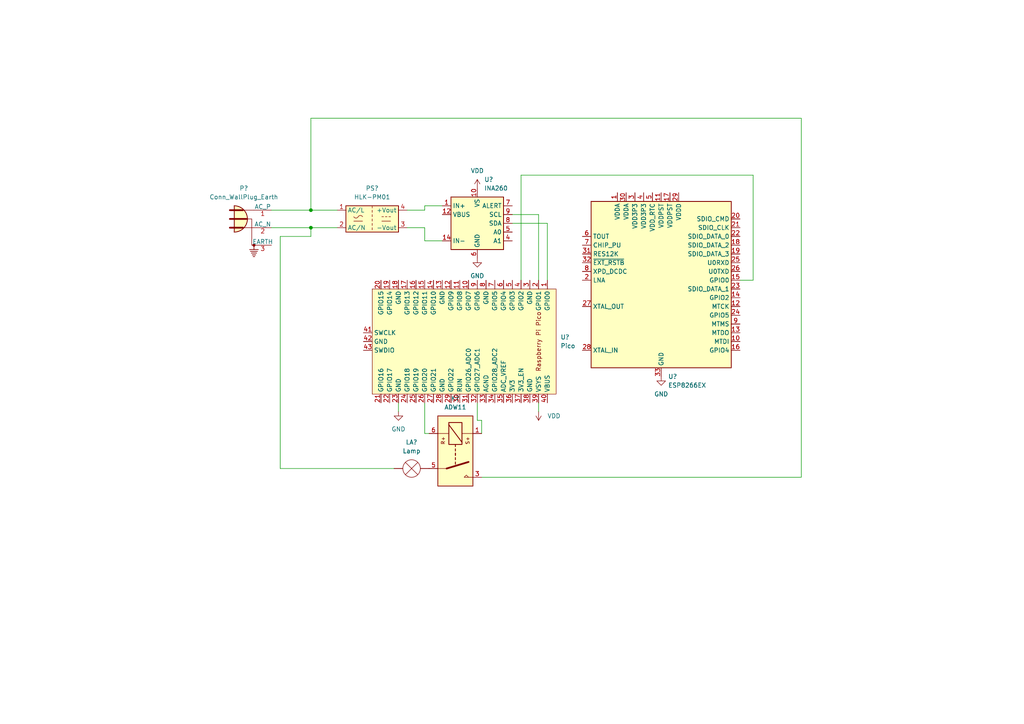
<source format=kicad_sch>
(kicad_sch (version 20211123) (generator eeschema)
  (paper "A4")
  (title_block (title "Power Monitoring Circuit") (date "2022-02-10") (rev "v01") (comment 4 "Author: James Quiaoit"))
  (lib_symbols
    (symbol "Connector:Conn_WallPlug_Earth" (pin_names (offset 0))
      (property "Reference" "P" (at 0 3.81 0))
      (property "Value" "Conn_WallPlug_Earth" (at -5.08 0 90))
      (symbol "Conn_WallPlug_Earth_0_1"
        (arc (start -3.175 -3.81) (mid 0.635 0) (end -3.175 3.81) (stroke (width 0.254)) (fill (type background)))
        (polyline (pts (xy -4.445 -2.54) (xy -0.635 -2.54)) (stroke (width 0.508)))
        (polyline (pts (xy -4.445 0) (xy 0.508 0)) (stroke (width 0.508)))
        (polyline (pts (xy -4.445 2.54) (xy -0.635 2.54)) (stroke (width 0.508)))
        (polyline (pts (xy -3.175 -3.81) (xy -3.175 3.81)) (stroke (width 0.254)))
        (polyline (pts (xy -0.635 -2.54) (xy 2.54 -2.54)))
        (polyline (pts (xy -0.635 2.54) (xy 2.54 2.54)))
        (polyline (pts (xy 1.524 -9.398) (xy 3.556 -9.398)) (stroke (width 0.2032)))
        (polyline (pts (xy 1.778 -9.906) (xy 3.302 -9.906)) (stroke (width 0.2032)))
        (polyline (pts (xy 2.032 -10.414) (xy 3.048 -10.414)) (stroke (width 0.2032)))
        (polyline (pts (xy 2.286 -10.922) (xy 2.794 -10.922)) (stroke (width 0.2032)))
        (polyline (pts (xy 2.54 -7.62) (xy 2.54 -8.89)) (stroke (width 0.2032)))
        (polyline (pts (xy 3.81 -8.89) (xy 1.27 -8.89)) (stroke (width 0.2032)))
        (polyline (pts (xy 2.54 -7.62) (xy 1.905 -7.62) (xy 1.905 0) (xy -4.445 0)))
        (circle (center 2.54 -7.62) (radius 0.3556) (fill (type outline)))
      )
      (symbol "Conn_WallPlug_Earth_1_1"
        (pin power_out line (at 7.62 2.54 180) (length 5.08) (name "AC_P") (number "1"))
        (pin power_out line (at 7.62 -2.54 180) (length 5.08) (name "AC_N") (number "2"))
        (pin passive line (at 7.62 -7.62 180) (length 5.08) (name "EARTH") (number "3"))
      )
    )
    (symbol "Converter_ACDC:HLK-PM01"
      (property "Reference" "PS" (at 0 5.08 0))
      (property "Value" "HLK-PM01" (at 0 -5.08 0))
      (symbol "HLK-PM01_0_1"
        (rectangle (start -7.62 3.81) (end 7.62 -3.81) (stroke (width 0.254)) (fill (type background)))
        (arc (start -5.334 0.635) (mid -4.699 0.2495) (end -4.064 0.635))
        (arc (start -2.794 0.635) (mid -3.429 1.0072) (end -4.064 0.635))
        (polyline (pts (xy -5.334 -0.635) (xy -2.794 -0.635)))
        (polyline (pts (xy 0 -2.54) (xy 0 -3.175)))
        (polyline (pts (xy 0 -1.27) (xy 0 -1.905)))
        (polyline (pts (xy 0 0) (xy 0 -0.635)))
        (polyline (pts (xy 0 1.27) (xy 0 0.635)))
        (polyline (pts (xy 0 2.54) (xy 0 1.905)))
        (polyline (pts (xy 0 3.81) (xy 0 3.175)))
        (polyline (pts (xy 2.794 -0.635) (xy 5.334 -0.635)))
        (polyline (pts (xy 2.794 0.635) (xy 3.302 0.635)))
        (polyline (pts (xy 3.81 0.635) (xy 4.318 0.635)))
        (polyline (pts (xy 4.826 0.635) (xy 5.334 0.635)))
      )
      (symbol "HLK-PM01_1_1"
        (pin power_in line (at -10.16 2.54 0) (length 2.54) (name "AC/L") (number "1"))
        (pin power_in line (at -10.16 -2.54 0) (length 2.54) (name "AC/N") (number "2"))
        (pin power_out line (at 10.16 -2.54 180) (length 2.54) (name "-Vout") (number "3"))
        (pin power_out line (at 10.16 2.54 180) (length 2.54) (name "+Vout") (number "4"))
      )
    )
    (symbol "Device:Lamp" (pin_numbers hide) (pin_names (offset 0.0254) hide)
      (property "Reference" "LA" (at 0.635 3.81 0))
      (property "Value" "Lamp" (at 0.635 -3.81 0))
      (symbol "Lamp_0_1"
        (polyline (pts (xy -1.778 1.778) (xy 1.778 -1.778)))
        (polyline (pts (xy 1.778 1.778) (xy -1.778 -1.778)))
        (circle (center 0 0) (radius 2.54))
      )
      (symbol "Lamp_1_1"
        (pin passive line (at 0 -5.08 90) (length 2.54) (name "-") (number "1"))
        (pin passive line (at 0 5.08 270) (length 2.54) (name "+") (number "2"))
      )
    )
    (symbol "MCU_Espressif:ESP8266EX"
      (property "Reference" "U" (at 0 2.54 0))
      (property "Value" "ESP8266EX" (at 0 -2.54 0))
      (symbol "ESP8266EX_0_1"
        (rectangle (start -20.32 22.86) (end 20.32 -25.4) (stroke (width 0.254)) (fill (type background)))
      )
      (symbol "ESP8266EX_1_1"
        (pin power_in line (at -12.7 25.4 270) (length 2.54) (name "VDDA") (number "1"))
        (pin bidirectional line (at 22.86 -17.78 180) (length 2.54) (name "MTDI") (number "10"))
        (pin power_in line (at 0 25.4 270) (length 2.54) (name "VDDPST") (number "11"))
        (pin bidirectional line (at 22.86 -7.62 180) (length 2.54) (name "MTCK") (number "12"))
        (pin bidirectional line (at 22.86 -15.24 180) (length 2.54) (name "MTDO") (number "13"))
        (pin bidirectional line (at 22.86 -5.08 180) (length 2.54) (name "GPIO2") (number "14"))
        (pin bidirectional line (at 22.86 0 180) (length 2.54) (name "GPIO0") (number "15"))
        (pin bidirectional line (at 22.86 -20.32 180) (length 2.54) (name "GPIO4") (number "16"))
        (pin power_in line (at 2.54 25.4 270) (length 2.54) (name "VDDPST") (number "17"))
        (pin bidirectional line (at 22.86 10.16 180) (length 2.54) (name "SDIO_DATA_2") (number "18"))
        (pin bidirectional line (at 22.86 7.62 180) (length 2.54) (name "SDIO_DATA_3") (number "19"))
        (pin bidirectional line (at -22.86 0 0) (length 2.54) (name "LNA") (number "2"))
        (pin bidirectional line (at 22.86 17.78 180) (length 2.54) (name "SDIO_CMD") (number "20"))
        (pin bidirectional line (at 22.86 15.24 180) (length 2.54) (name "SDIO_CLK") (number "21"))
        (pin bidirectional line (at 22.86 12.7 180) (length 2.54) (name "SDIO_DATA_0") (number "22"))
        (pin bidirectional line (at 22.86 -2.54 180) (length 2.54) (name "SDIO_DATA_1") (number "23"))
        (pin bidirectional line (at 22.86 -10.16 180) (length 2.54) (name "GPIO5") (number "24"))
        (pin bidirectional line (at 22.86 5.08 180) (length 2.54) (name "U0RXD") (number "25"))
        (pin bidirectional line (at 22.86 2.54 180) (length 2.54) (name "U0TXD") (number "26"))
        (pin bidirectional line (at -22.86 -7.62 0) (length 2.54) (name "XTAL_OUT") (number "27"))
        (pin bidirectional line (at -22.86 -20.32 0) (length 2.54) (name "XTAL_IN") (number "28"))
        (pin power_in line (at 5.08 25.4 270) (length 2.54) (name "VDDD") (number "29"))
        (pin power_in line (at -7.62 25.4 270) (length 2.54) (name "VDD3P3") (number "3"))
        (pin power_in line (at -10.16 25.4 270) (length 2.54) (name "VDDA") (number "30"))
        (pin input line (at -22.86 7.62 0) (length 2.54) (name "RES12K") (number "31"))
        (pin input line (at -22.86 5.08 0) (length 2.54) (name "~{EXT_RSTB}") (number "32"))
        (pin power_in line (at 0 -27.94 90) (length 2.54) (name "GND") (number "33"))
        (pin power_in line (at -5.08 25.4 270) (length 2.54) (name "VDD3P3") (number "4"))
        (pin power_in line (at -2.54 25.4 270) (length 2.54) (name "VDD_RTC") (number "5"))
        (pin input line (at -22.86 12.7 0) (length 2.54) (name "TOUT") (number "6"))
        (pin input line (at -22.86 10.16 0) (length 2.54) (name "CHIP_PU") (number "7"))
        (pin bidirectional line (at -22.86 2.54 0) (length 2.54) (name "XPD_DCDC") (number "8"))
        (pin bidirectional line (at 22.86 -12.7 180) (length 2.54) (name "MTMS") (number "9"))
      )
    )
    (symbol "MCU_RaspberryPi_and_Boards:Pico"
      (property "Reference" "U" (at -13.97 27.94 0))
      (property "Value" "Pico" (at 0 19.05 0))
      (symbol "Pico_0_0"
        (text "Raspberry Pi Pico" (at 0 21.59 0) (effects (font (size 1.27 1.27))))
      )
      (symbol "Pico_0_1"
        (rectangle (start -15.24 26.67) (end 15.24 -26.67) (fill (type background)))
      )
      (symbol "Pico_1_1"
        (pin bidirectional line (at -17.78 24.13 0) (length 2.54) (name "GPIO0") (number "1"))
        (pin bidirectional line (at -17.78 1.27 0) (length 2.54) (name "GPIO7") (number "10"))
        (pin bidirectional line (at -17.78 -1.27 0) (length 2.54) (name "GPIO8") (number "11"))
        (pin bidirectional line (at -17.78 -3.81 0) (length 2.54) (name "GPIO9") (number "12"))
        (pin power_in line (at -17.78 -6.35 0) (length 2.54) (name "GND") (number "13"))
        (pin bidirectional line (at -17.78 -8.89 0) (length 2.54) (name "GPIO10") (number "14"))
        (pin bidirectional line (at -17.78 -11.43 0) (length 2.54) (name "GPIO11") (number "15"))
        (pin bidirectional line (at -17.78 -13.97 0) (length 2.54) (name "GPIO12") (number "16"))
        (pin bidirectional line (at -17.78 -16.51 0) (length 2.54) (name "GPIO13") (number "17"))
        (pin power_in line (at -17.78 -19.05 0) (length 2.54) (name "GND") (number "18"))
        (pin bidirectional line (at -17.78 -21.59 0) (length 2.54) (name "GPIO14") (number "19"))
        (pin bidirectional line (at -17.78 21.59 0) (length 2.54) (name "GPIO1") (number "2"))
        (pin bidirectional line (at -17.78 -24.13 0) (length 2.54) (name "GPIO15") (number "20"))
        (pin bidirectional line (at 17.78 -24.13 180) (length 2.54) (name "GPIO16") (number "21"))
        (pin bidirectional line (at 17.78 -21.59 180) (length 2.54) (name "GPIO17") (number "22"))
        (pin power_in line (at 17.78 -19.05 180) (length 2.54) (name "GND") (number "23"))
        (pin bidirectional line (at 17.78 -16.51 180) (length 2.54) (name "GPIO18") (number "24"))
        (pin bidirectional line (at 17.78 -13.97 180) (length 2.54) (name "GPIO19") (number "25"))
        (pin bidirectional line (at 17.78 -11.43 180) (length 2.54) (name "GPIO20") (number "26"))
        (pin bidirectional line (at 17.78 -8.89 180) (length 2.54) (name "GPIO21") (number "27"))
        (pin power_in line (at 17.78 -6.35 180) (length 2.54) (name "GND") (number "28"))
        (pin bidirectional line (at 17.78 -3.81 180) (length 2.54) (name "GPIO22") (number "29"))
        (pin power_in line (at -17.78 19.05 0) (length 2.54) (name "GND") (number "3"))
        (pin input line (at 17.78 -1.27 180) (length 2.54) (name "RUN") (number "30"))
        (pin bidirectional line (at 17.78 1.27 180) (length 2.54) (name "GPIO26_ADC0") (number "31"))
        (pin bidirectional line (at 17.78 3.81 180) (length 2.54) (name "GPIO27_ADC1") (number "32"))
        (pin power_in line (at 17.78 6.35 180) (length 2.54) (name "AGND") (number "33"))
        (pin bidirectional line (at 17.78 8.89 180) (length 2.54) (name "GPIO28_ADC2") (number "34"))
        (pin power_in line (at 17.78 11.43 180) (length 2.54) (name "ADC_VREF") (number "35"))
        (pin power_in line (at 17.78 13.97 180) (length 2.54) (name "3V3") (number "36"))
        (pin input line (at 17.78 16.51 180) (length 2.54) (name "3V3_EN") (number "37"))
        (pin bidirectional line (at 17.78 19.05 180) (length 2.54) (name "GND") (number "38"))
        (pin power_in line (at 17.78 21.59 180) (length 2.54) (name "VSYS") (number "39"))
        (pin bidirectional line (at -17.78 16.51 0) (length 2.54) (name "GPIO2") (number "4"))
        (pin power_in line (at 17.78 24.13 180) (length 2.54) (name "VBUS") (number "40"))
        (pin input line (at -2.54 -29.21 90) (length 2.54) (name "SWCLK") (number "41"))
        (pin power_in line (at 0 -29.21 90) (length 2.54) (name "GND") (number "42"))
        (pin bidirectional line (at 2.54 -29.21 90) (length 2.54) (name "SWDIO") (number "43"))
        (pin bidirectional line (at -17.78 13.97 0) (length 2.54) (name "GPIO3") (number "5"))
        (pin bidirectional line (at -17.78 11.43 0) (length 2.54) (name "GPIO4") (number "6"))
        (pin bidirectional line (at -17.78 8.89 0) (length 2.54) (name "GPIO5") (number "7"))
        (pin power_in line (at -17.78 6.35 0) (length 2.54) (name "GND") (number "8"))
        (pin bidirectional line (at -17.78 3.81 0) (length 2.54) (name "GPIO6") (number "9"))
      )
    )
    (symbol "Relay:ADW11"
      (property "Reference" "K" (at 11.43 3.81 0))
      (property "Value" "ADW11" (at 13.97 1.27 0))
      (symbol "ADW11_1_1"
        (rectangle (start -10.16 5.08) (end 10.16 -5.08) (stroke (width 0.254)) (fill (type background)))
        (rectangle (start -8.255 1.905) (end -1.905 -1.905) (stroke (width 0.254)))
        (polyline (pts (xy -7.62 -1.905) (xy -2.54 1.905)) (stroke (width 0.254)))
        (polyline (pts (xy -5.08 -5.08) (xy -5.08 -1.905)))
        (polyline (pts (xy -5.08 5.08) (xy -5.08 1.905)))
        (polyline (pts (xy -1.905 0) (xy -1.27 0)) (stroke (width 0.254)))
        (polyline (pts (xy -0.635 0) (xy 0 0)) (stroke (width 0.254)))
        (polyline (pts (xy 0.635 0) (xy 1.27 0)) (stroke (width 0.254)))
        (polyline (pts (xy 0.635 0) (xy 1.27 0)) (stroke (width 0.254)))
        (polyline (pts (xy 1.905 0) (xy 2.54 0)) (stroke (width 0.254)))
        (polyline (pts (xy 3.175 0) (xy 3.81 0)) (stroke (width 0.254)))
        (polyline (pts (xy 5.08 -2.54) (xy 3.175 3.81)) (stroke (width 0.508)))
        (polyline (pts (xy 5.08 -2.54) (xy 5.08 -5.08)))
        (polyline (pts (xy 7.62 3.81) (xy 7.62 5.08)))
        (polyline (pts (xy 7.62 3.81) (xy 7.62 2.54) (xy 6.985 3.175) (xy 7.62 3.81)))
        (text "R+" (at -3.048 -3.556 0) (effects (font (size 1.016 1.016))))
        (text "S+" (at -3.048 3.556 0) (effects (font (size 1.016 1.016))))
        (pin passive line (at -5.08 7.62 270) (length 2.54) (name "~") (number "1"))
        (pin passive line (at 7.62 7.62 270) (length 2.54) (name "~") (number "3"))
        (pin passive line (at 5.08 -7.62 90) (length 2.54) (name "~") (number "5"))
        (pin passive line (at -5.08 -7.62 90) (length 2.54) (name "~") (number "6"))
      )
    )
    (symbol "Sensor:INA260"
      (property "Reference" "U" (at -6.35 8.89 0))
      (property "Value" "INA260" (at 2.54 8.89 0))
      (symbol "INA260_0_1"
        (rectangle (start -7.62 7.62) (end 7.62 -7.62) (stroke (width 0.254)) (fill (type background)))
      )
      (symbol "INA260_1_1"
        (pin passive line (at -10.16 5.08 0) (length 2.54) (name "IN+") (number "1"))
        (pin power_in line (at 0 10.16 270) (length 2.54) (name "VS") (number "10"))
        (pin passive line (at 0 -10.16 90) (length 2.54) hide (name "GND") (number "11"))
        (pin passive line (at -10.16 2.54 0) (length 2.54) (name "VBUS") (number "12"))
        (pin no_connect line (at 2.54 -7.62 90) (length 2.54) hide (name "NC") (number "13"))
        (pin passive line (at -10.16 -5.08 0) (length 2.54) (name "IN-") (number "14"))
        (pin passive line (at -10.16 -5.08 0) (length 2.54) hide (name "IN-") (number "15"))
        (pin passive line (at -10.16 -5.08 0) (length 2.54) hide (name "IN-") (number "16"))
        (pin passive line (at -10.16 5.08 0) (length 2.54) hide (name "IN+") (number "2"))
        (pin passive line (at -10.16 5.08 0) (length 2.54) hide (name "IN+") (number "3"))
        (pin input line (at 10.16 -5.08 180) (length 2.54) (name "A1") (number "4"))
        (pin input line (at 10.16 -2.54 180) (length 2.54) (name "A0") (number "5"))
        (pin power_in line (at 0 -10.16 90) (length 2.54) (name "GND") (number "6"))
        (pin open_collector line (at 10.16 5.08 180) (length 2.54) (name "ALERT") (number "7"))
        (pin bidirectional line (at 10.16 0 180) (length 2.54) (name "SDA") (number "8"))
        (pin input line (at 10.16 2.54 180) (length 2.54) (name "SCL") (number "9"))
      )
    )
    (symbol "power:GND" (power) (pin_names (offset 0))
      (property "Value" "GND" (at 0 -3.81 0))
      (symbol "GND_0_1"
        (polyline (pts (xy 0 0) (xy 0 -1.27) (xy 1.27 -1.27) (xy 0 -2.54) (xy -1.27 -1.27) (xy 0 -1.27)))
      )
      (symbol "GND_1_1"
        (pin power_in line (at 0 0 270) (length 0) hide (name "GND") (number "1"))
      )
    )
    (symbol "power:VDD" (power) (pin_names (offset 0))
      (property "Value" "VDD" (at 0 3.81 0))
      (symbol "VDD_0_1"
        (polyline (pts (xy -0.762 1.27) (xy 0 2.54)))
        (polyline (pts (xy 0 0) (xy 0 2.54)))
        (polyline (pts (xy 0 2.54) (xy 0.762 1.27)))
      )
      (symbol "VDD_1_1"
        (pin power_in line (at 0 0 90) (length 0) hide (name "VDD") (number "1"))
      )
    )
  )
  (junction (at 90.17 66.04))
  (junction (at 90.17 60.96))
  (wire (pts (xy 138.43 116.84) (xy 138.43 121.92)))
  (wire (pts (xy 90.17 60.96) (xy 97.79 60.96)))
  (wire (pts (xy 123.19 59.69) (xy 128.27 59.69)))
  (wire (pts (xy 156.21 119.38) (xy 156.21 116.84)))
  (wire (pts (xy 118.11 60.96) (xy 123.19 60.96)))
  (wire (pts (xy 81.28 135.89) (xy 114.3 135.89)))
  (wire (pts (xy 139.7 138.43) (xy 232.41 138.43)))
  (wire (pts (xy 148.59 64.77) (xy 158.75 64.77)))
  (wire (pts (xy 148.59 62.23) (xy 156.21 62.23)))
  (wire (pts (xy 218.44 81.28) (xy 218.44 50.8)))
  (wire (pts (xy 123.19 66.04) (xy 123.19 69.85)))
  (wire (pts (xy 123.19 69.85) (xy 128.27 69.85)))
  (wire (pts (xy 218.44 50.8) (xy 151.13 50.8)))
  (wire (pts (xy 151.13 50.8) (xy 151.13 81.28)))
  (wire (pts (xy 81.28 68.58) (xy 81.28 135.89)))
  (wire (pts (xy 90.17 34.29) (xy 232.41 34.29)))
  (wire (pts (xy 90.17 60.96) (xy 90.17 34.29)))
  (wire (pts (xy 90.17 66.04) (xy 90.17 68.58)))
  (wire (pts (xy 78.74 66.04) (xy 90.17 66.04)))
  (wire (pts (xy 90.17 68.58) (xy 81.28 68.58)))
  (wire (pts (xy 232.41 34.29) (xy 232.41 138.43)))
  (wire (pts (xy 123.19 60.96) (xy 123.19 59.69)))
  (wire (pts (xy 138.43 121.92) (xy 139.7 121.92)))
  (wire (pts (xy 118.11 66.04) (xy 123.19 66.04)))
  (wire (pts (xy 115.57 119.38) (xy 115.57 116.84)))
  (wire (pts (xy 78.74 60.96) (xy 90.17 60.96)))
  (wire (pts (xy 156.21 62.23) (xy 156.21 81.28)))
  (wire (pts (xy 123.19 125.73) (xy 124.46 125.73)))
  (wire (pts (xy 139.7 121.92) (xy 139.7 125.73)))
  (wire (pts (xy 158.75 64.77) (xy 158.75 81.28)))
  (wire (pts (xy 214.63 81.28) (xy 218.44 81.28)))
  (wire (pts (xy 90.17 66.04) (xy 97.79 66.04)))
  (wire (pts (xy 123.19 116.84) (xy 123.19 125.73)))
  (symbol (lib_id "Device:Lamp") (at 119.38 135.89 90) (unit 1)
    (property "Reference" "LA?" (at 119.38 128.27 90))
    (property "Value" "Lamp" (at 119.38 130.81 90))
  )
  (symbol (lib_id "MCU_Espressif:ESP8266EX") (at 191.77 81.28 0) (unit 1)
    (property "Reference" "U?" (at 193.7894 109.22 0) (effects (justify left)))
    (property "Value" "ESP8266EX" (at 193.7894 111.76 0) (effects (justify left)))
    (property "Footprint" "Package_DFN_QFN:QFN-32-1EP_5x5mm_P0.5mm_EP3.45x3.45mm" (effects hide))
    (property "Datasheet" "http://espressif.com/sites/default/files/documentation/0a-esp8266ex_datasheet_en.pdf" (effects hide))
  )
  (symbol (lib_id "power:GND") (at 191.77 109.22 0) (unit 1)
    (property "Reference" "#PWR?" (effects hide))
    (property "Value" "GND" (at 191.77 114.3 0))
  )
  (symbol (lib_id "power:VDD") (at 156.21 119.38 180) (unit 1)
    (property "Reference" "#PWR?" (effects hide))
    (property "Value" "VDD" (at 158.75 120.6499 0) (effects (justify right)))
  )
  (symbol (lib_id "MCU_RaspberryPi_and_Boards:Pico") (at 134.62 99.06 270) (unit 1)
    (property "Reference" "U?" (at 162.56 97.7899 90) (effects (justify left)))
    (property "Value" "Pico" (at 162.56 100.3299 90) (effects (justify left)))
    (property "Footprint" "RPi_Pico:RPi_Pico_SMD_TH" (effects hide))
  )
  (symbol (lib_id "Sensor:INA260") (at 138.43 64.77 0) (unit 1)
    (property "Reference" "U?" (at 140.4494 52.07 0) (effects (justify left)))
    (property "Value" "INA260" (at 140.4494 54.61 0) (effects (justify left)))
    (property "Footprint" "Package_SO:TSSOP-16_4.4x5mm_P0.65mm" (effects hide))
    (property "Datasheet" "http://www.ti.com/lit/ds/symlink/ina260.pdf" (effects hide))
  )
  (symbol (lib_id "power:VDD") (at 138.43 54.61 0) (unit 1)
    (property "Reference" "#PWR?" (effects hide))
    (property "Value" "VDD" (at 138.43 49.53 0))
  )
  (symbol (lib_id "Relay:ADW11") (at 132.08 130.81 270) (unit 1)
    (property "Reference" "K?" (at 132.08 115.57 90))
    (property "Value" "ADW11" (at 132.08 118.11 90))
    (property "Footprint" "Relay_THT:Relay_1P1T_NO_10x24x18.8mm_Panasonic_ADW11xxxxW_THT" (effects hide))
    (property "Datasheet" "https://www.panasonic-electric-works.com/pew/es/downloads/ds_dw_hl_en.pdf" (effects hide))
  )
  (symbol (lib_id "power:GND") (at 115.57 119.38 0) (unit 1)
    (property "Reference" "#PWR?" (effects hide))
    (property "Value" "GND" (at 115.57 124.46 0))
  )
  (symbol (lib_id "Connector:Conn_WallPlug_Earth") (at 71.12 63.5 0) (unit 1)
    (property "Reference" "P?" (at 70.7263 54.61 0))
    (property "Value" "Conn_WallPlug_Earth" (at 70.7263 57.15 0))
  )
  (symbol (lib_id "power:GND") (at 138.43 74.93 0) (unit 1)
    (property "Reference" "#PWR?" (effects hide))
    (property "Value" "GND" (at 138.43 80.01 0))
  )
  (symbol (lib_id "Converter_ACDC:HLK-PM01") (at 107.95 63.5 0) (unit 1)
    (property "Reference" "PS?" (at 107.95 54.61 0))
    (property "Value" "HLK-PM01" (at 107.95 57.15 0))
    (property "Footprint" "Converter_ACDC:Converter_ACDC_HiLink_HLK-PMxx" (effects hide))
    (property "Datasheet" "http://www.hlktech.net/product_detail.php?ProId=54" (effects hide))
  )
)
</source>
